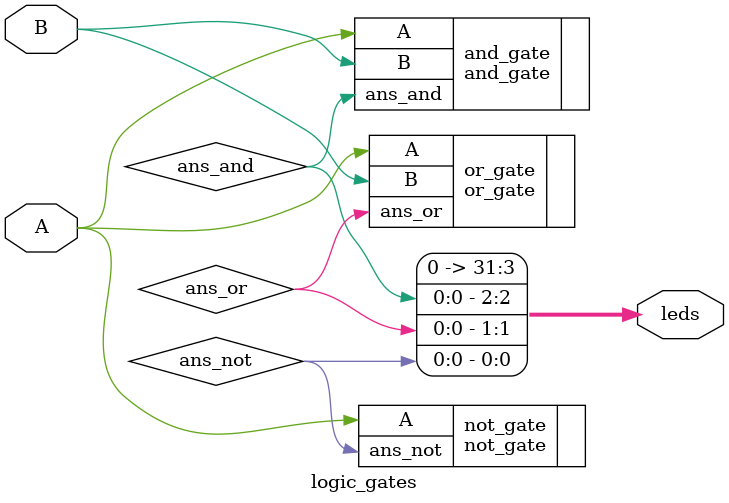
<source format=sv>
`timescale 1ns / 1ps


module logic_gates(
 input A,
 input B,
 output[31:0] leds
 );
 
 logic ans_and;
 logic ans_or;
 logic ans_not;
 
    and_gate and_gate(
        .A(A),
        .B(B),
        .ans_and(ans_and)
 );
     or_gate or_gate(
        .A(A),
        .B(B),
        .ans_or(ans_or)
 );
     not_gate not_gate(
         .A(A),
         .ans_not(ans_not)
 );
 assign leds={29'b0,ans_and,ans_or,ans_not};
endmodule

</source>
